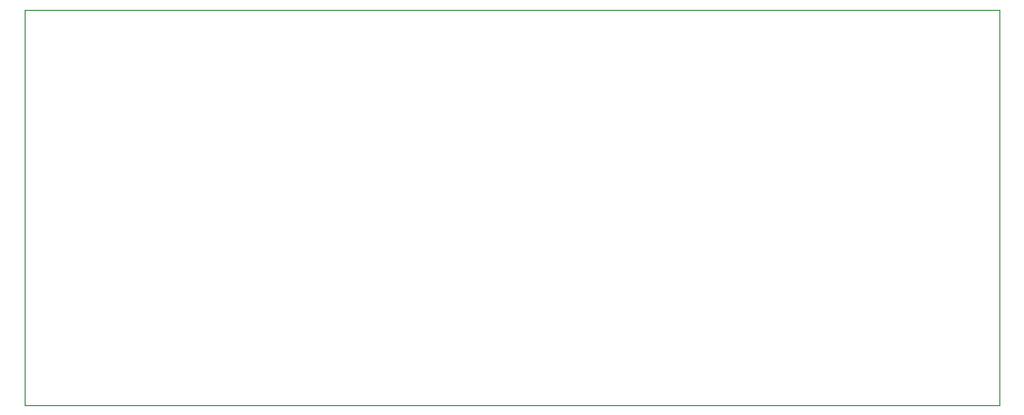
<source format=gm1>
G04 #@! TF.GenerationSoftware,KiCad,Pcbnew,6.0.0-rc1-unknown-ad9916a~66~ubuntu18.04.1*
G04 #@! TF.CreationDate,2018-11-28T14:50:18-03:00*
G04 #@! TF.ProjectId,Femtosat,46656d74-6f73-4617-942e-6b696361645f,rev?*
G04 #@! TF.SameCoordinates,Original*
G04 #@! TF.FileFunction,Profile,NP*
%FSLAX46Y46*%
G04 Gerber Fmt 4.6, Leading zero omitted, Abs format (unit mm)*
G04 Created by KiCad (PCBNEW 6.0.0-rc1-unknown-ad9916a~66~ubuntu18.04.1) date mié 28 nov 2018 14:50:18 -03*
%MOMM*%
%LPD*%
G01*
G04 APERTURE LIST*
%ADD10C,0.050000*%
G04 APERTURE END LIST*
D10*
X101200000Y-84400000D02*
X101200000Y-50400000D01*
X185000000Y-84400000D02*
X101200000Y-84400000D01*
X185000000Y-50400000D02*
X185000000Y-84400000D01*
X101200000Y-50400000D02*
X185000000Y-50400000D01*
M02*

</source>
